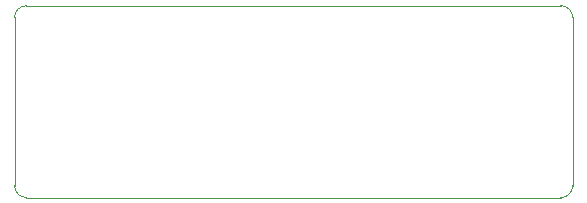
<source format=gbr>
%TF.GenerationSoftware,KiCad,Pcbnew,7.0.10*%
%TF.CreationDate,2024-02-19T15:37:38+07:00*%
%TF.ProjectId,PMOD2VGA,504d4f44-3256-4474-912e-6b696361645f,rev?*%
%TF.SameCoordinates,PX8c6db50PY50d2eb0*%
%TF.FileFunction,Profile,NP*%
%FSLAX46Y46*%
G04 Gerber Fmt 4.6, Leading zero omitted, Abs format (unit mm)*
G04 Created by KiCad (PCBNEW 7.0.10) date 2024-02-19 15:37:38*
%MOMM*%
%LPD*%
G01*
G04 APERTURE LIST*
%TA.AperFunction,Profile*%
%ADD10C,0.100000*%
%TD*%
G04 APERTURE END LIST*
D10*
X47250000Y15250000D02*
G75*
G03*
X46250000Y16250000I-1000000J0D01*
G01*
X46250000Y0D02*
G75*
G03*
X47250000Y1000000I0J1000000D01*
G01*
X0Y1000000D02*
G75*
G03*
X1000000Y0I1000000J0D01*
G01*
X47250000Y15250000D02*
X47250000Y1000000D01*
X1000000Y16250000D02*
G75*
G03*
X0Y15250000I0J-1000000D01*
G01*
X1000000Y16250000D02*
X46250000Y16250000D01*
X0Y1000000D02*
X0Y15250000D01*
X46250000Y0D02*
X1000000Y0D01*
M02*

</source>
